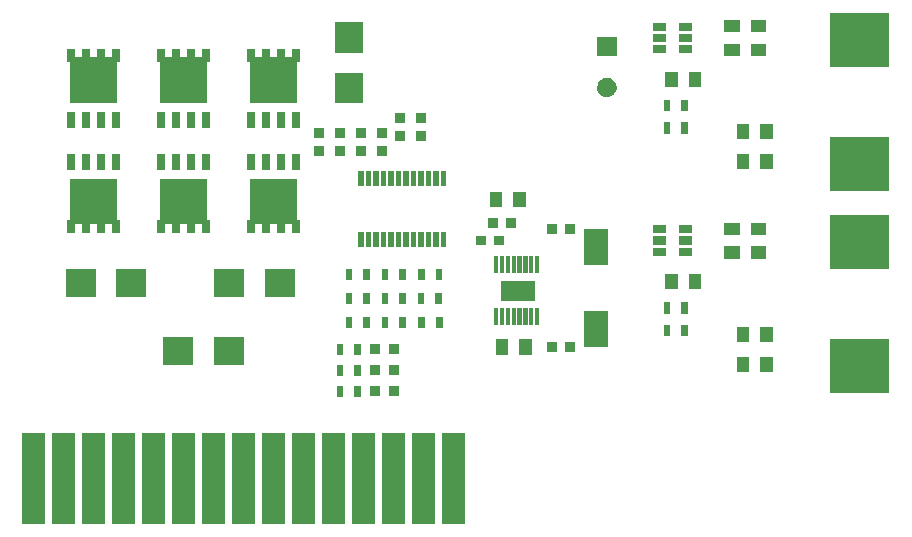
<source format=gbr>
G04 #@! TF.FileFunction,Soldermask,Top*
%FSLAX46Y46*%
G04 Gerber Fmt 4.6, Leading zero omitted, Abs format (unit mm)*
G04 Created by KiCad (PCBNEW 4.0.7) date Tuesday, March 06, 2018 'PMt' 03:27:42 PM*
%MOMM*%
%LPD*%
G01*
G04 APERTURE LIST*
%ADD10C,0.100000*%
G04 APERTURE END LIST*
D10*
G36*
X56857900Y-138455400D02*
X54902100Y-138455400D01*
X54902100Y-130784600D01*
X56857900Y-130784600D01*
X56857900Y-138455400D01*
X56857900Y-138455400D01*
G37*
G36*
X59397900Y-138455400D02*
X57442100Y-138455400D01*
X57442100Y-130784600D01*
X59397900Y-130784600D01*
X59397900Y-138455400D01*
X59397900Y-138455400D01*
G37*
G36*
X61937900Y-138455400D02*
X59982100Y-138455400D01*
X59982100Y-130784600D01*
X61937900Y-130784600D01*
X61937900Y-138455400D01*
X61937900Y-138455400D01*
G37*
G36*
X64477900Y-138455400D02*
X62522100Y-138455400D01*
X62522100Y-130784600D01*
X64477900Y-130784600D01*
X64477900Y-138455400D01*
X64477900Y-138455400D01*
G37*
G36*
X67017900Y-138455400D02*
X65062100Y-138455400D01*
X65062100Y-130784600D01*
X67017900Y-130784600D01*
X67017900Y-138455400D01*
X67017900Y-138455400D01*
G37*
G36*
X69557900Y-138455400D02*
X67602100Y-138455400D01*
X67602100Y-130784600D01*
X69557900Y-130784600D01*
X69557900Y-138455400D01*
X69557900Y-138455400D01*
G37*
G36*
X72097900Y-138455400D02*
X70142100Y-138455400D01*
X70142100Y-130784600D01*
X72097900Y-130784600D01*
X72097900Y-138455400D01*
X72097900Y-138455400D01*
G37*
G36*
X74637900Y-138455400D02*
X72682100Y-138455400D01*
X72682100Y-130784600D01*
X74637900Y-130784600D01*
X74637900Y-138455400D01*
X74637900Y-138455400D01*
G37*
G36*
X77177900Y-138455400D02*
X75222100Y-138455400D01*
X75222100Y-130784600D01*
X77177900Y-130784600D01*
X77177900Y-138455400D01*
X77177900Y-138455400D01*
G37*
G36*
X79717900Y-138455400D02*
X77762100Y-138455400D01*
X77762100Y-130784600D01*
X79717900Y-130784600D01*
X79717900Y-138455400D01*
X79717900Y-138455400D01*
G37*
G36*
X89877900Y-138455400D02*
X87922100Y-138455400D01*
X87922100Y-130784600D01*
X89877900Y-130784600D01*
X89877900Y-138455400D01*
X89877900Y-138455400D01*
G37*
G36*
X82257900Y-138455400D02*
X80302100Y-138455400D01*
X80302100Y-130784600D01*
X82257900Y-130784600D01*
X82257900Y-138455400D01*
X82257900Y-138455400D01*
G37*
G36*
X84797900Y-138455400D02*
X82842100Y-138455400D01*
X82842100Y-130784600D01*
X84797900Y-130784600D01*
X84797900Y-138455400D01*
X84797900Y-138455400D01*
G37*
G36*
X87337900Y-138455400D02*
X85382100Y-138455400D01*
X85382100Y-130784600D01*
X87337900Y-130784600D01*
X87337900Y-138455400D01*
X87337900Y-138455400D01*
G37*
G36*
X92417900Y-138455400D02*
X90462100Y-138455400D01*
X90462100Y-130784600D01*
X92417900Y-130784600D01*
X92417900Y-138455400D01*
X92417900Y-138455400D01*
G37*
G36*
X83575400Y-127729400D02*
X83024600Y-127729400D01*
X83024600Y-126778600D01*
X83575400Y-126778600D01*
X83575400Y-127729400D01*
X83575400Y-127729400D01*
G37*
G36*
X82075400Y-127729400D02*
X81524600Y-127729400D01*
X81524600Y-126778600D01*
X82075400Y-126778600D01*
X82075400Y-127729400D01*
X82075400Y-127729400D01*
G37*
G36*
X85223400Y-127679400D02*
X84372600Y-127679400D01*
X84372600Y-126828600D01*
X85223400Y-126828600D01*
X85223400Y-127679400D01*
X85223400Y-127679400D01*
G37*
G36*
X86823400Y-127679400D02*
X85972600Y-127679400D01*
X85972600Y-126828600D01*
X86823400Y-126828600D01*
X86823400Y-127679400D01*
X86823400Y-127679400D01*
G37*
G36*
X128318900Y-127413400D02*
X123268100Y-127413400D01*
X123268100Y-122862600D01*
X128318900Y-122862600D01*
X128318900Y-127413400D01*
X128318900Y-127413400D01*
G37*
G36*
X83575400Y-125951400D02*
X83024600Y-125951400D01*
X83024600Y-125000600D01*
X83575400Y-125000600D01*
X83575400Y-125951400D01*
X83575400Y-125951400D01*
G37*
G36*
X82075400Y-125951400D02*
X81524600Y-125951400D01*
X81524600Y-125000600D01*
X82075400Y-125000600D01*
X82075400Y-125951400D01*
X82075400Y-125951400D01*
G37*
G36*
X86823400Y-125901400D02*
X85972600Y-125901400D01*
X85972600Y-125050600D01*
X86823400Y-125050600D01*
X86823400Y-125901400D01*
X86823400Y-125901400D01*
G37*
G36*
X85223400Y-125901400D02*
X84372600Y-125901400D01*
X84372600Y-125050600D01*
X85223400Y-125050600D01*
X85223400Y-125901400D01*
X85223400Y-125901400D01*
G37*
G36*
X118428900Y-125618400D02*
X117378100Y-125618400D01*
X117378100Y-124317600D01*
X118428900Y-124317600D01*
X118428900Y-125618400D01*
X118428900Y-125618400D01*
G37*
G36*
X116428900Y-125618400D02*
X115378100Y-125618400D01*
X115378100Y-124317600D01*
X116428900Y-124317600D01*
X116428900Y-125618400D01*
X116428900Y-125618400D01*
G37*
G36*
X73665400Y-125000400D02*
X71114600Y-125000400D01*
X71114600Y-122649600D01*
X73665400Y-122649600D01*
X73665400Y-125000400D01*
X73665400Y-125000400D01*
G37*
G36*
X69365400Y-125000400D02*
X66814600Y-125000400D01*
X66814600Y-122649600D01*
X69365400Y-122649600D01*
X69365400Y-125000400D01*
X69365400Y-125000400D01*
G37*
G36*
X83575400Y-124173400D02*
X83024600Y-124173400D01*
X83024600Y-123222600D01*
X83575400Y-123222600D01*
X83575400Y-124173400D01*
X83575400Y-124173400D01*
G37*
G36*
X82075400Y-124173400D02*
X81524600Y-124173400D01*
X81524600Y-123222600D01*
X82075400Y-123222600D01*
X82075400Y-124173400D01*
X82075400Y-124173400D01*
G37*
G36*
X98025400Y-124150400D02*
X96974600Y-124150400D01*
X96974600Y-122849600D01*
X98025400Y-122849600D01*
X98025400Y-124150400D01*
X98025400Y-124150400D01*
G37*
G36*
X96025400Y-124150400D02*
X94974600Y-124150400D01*
X94974600Y-122849600D01*
X96025400Y-122849600D01*
X96025400Y-124150400D01*
X96025400Y-124150400D01*
G37*
G36*
X86823400Y-124123400D02*
X85972600Y-124123400D01*
X85972600Y-123272600D01*
X86823400Y-123272600D01*
X86823400Y-124123400D01*
X86823400Y-124123400D01*
G37*
G36*
X85223400Y-124123400D02*
X84372600Y-124123400D01*
X84372600Y-123272600D01*
X85223400Y-123272600D01*
X85223400Y-124123400D01*
X85223400Y-124123400D01*
G37*
G36*
X100175400Y-123900400D02*
X99324600Y-123900400D01*
X99324600Y-123099600D01*
X100175400Y-123099600D01*
X100175400Y-123900400D01*
X100175400Y-123900400D01*
G37*
G36*
X101675400Y-123900400D02*
X100824600Y-123900400D01*
X100824600Y-123099600D01*
X101675400Y-123099600D01*
X101675400Y-123900400D01*
X101675400Y-123900400D01*
G37*
G36*
X104525400Y-123525400D02*
X102474600Y-123525400D01*
X102474600Y-120474600D01*
X104525400Y-120474600D01*
X104525400Y-123525400D01*
X104525400Y-123525400D01*
G37*
G36*
X118428900Y-123078400D02*
X117378100Y-123078400D01*
X117378100Y-121777600D01*
X118428900Y-121777600D01*
X118428900Y-123078400D01*
X118428900Y-123078400D01*
G37*
G36*
X116428900Y-123078400D02*
X115378100Y-123078400D01*
X115378100Y-121777600D01*
X116428900Y-121777600D01*
X116428900Y-123078400D01*
X116428900Y-123078400D01*
G37*
G36*
X111261400Y-122585900D02*
X110710600Y-122585900D01*
X110710600Y-121635100D01*
X111261400Y-121635100D01*
X111261400Y-122585900D01*
X111261400Y-122585900D01*
G37*
G36*
X109761400Y-122585900D02*
X109210600Y-122585900D01*
X109210600Y-121635100D01*
X109761400Y-121635100D01*
X109761400Y-122585900D01*
X109761400Y-122585900D01*
G37*
G36*
X88985400Y-121887400D02*
X88434600Y-121887400D01*
X88434600Y-120936600D01*
X88985400Y-120936600D01*
X88985400Y-121887400D01*
X88985400Y-121887400D01*
G37*
G36*
X90485400Y-121887400D02*
X89934600Y-121887400D01*
X89934600Y-120936600D01*
X90485400Y-120936600D01*
X90485400Y-121887400D01*
X90485400Y-121887400D01*
G37*
G36*
X87385400Y-121887400D02*
X86834600Y-121887400D01*
X86834600Y-120936600D01*
X87385400Y-120936600D01*
X87385400Y-121887400D01*
X87385400Y-121887400D01*
G37*
G36*
X85885400Y-121887400D02*
X85334600Y-121887400D01*
X85334600Y-120936600D01*
X85885400Y-120936600D01*
X85885400Y-121887400D01*
X85885400Y-121887400D01*
G37*
G36*
X82837400Y-121887400D02*
X82286600Y-121887400D01*
X82286600Y-120936600D01*
X82837400Y-120936600D01*
X82837400Y-121887400D01*
X82837400Y-121887400D01*
G37*
G36*
X84337400Y-121887400D02*
X83786600Y-121887400D01*
X83786600Y-120936600D01*
X84337400Y-120936600D01*
X84337400Y-121887400D01*
X84337400Y-121887400D01*
G37*
G36*
X96175400Y-121675400D02*
X95824600Y-121675400D01*
X95824600Y-120224600D01*
X96175400Y-120224600D01*
X96175400Y-121675400D01*
X96175400Y-121675400D01*
G37*
G36*
X95175400Y-121675400D02*
X94824600Y-121675400D01*
X94824600Y-120224600D01*
X95175400Y-120224600D01*
X95175400Y-121675400D01*
X95175400Y-121675400D01*
G37*
G36*
X95675400Y-121675400D02*
X95324600Y-121675400D01*
X95324600Y-120224600D01*
X95675400Y-120224600D01*
X95675400Y-121675400D01*
X95675400Y-121675400D01*
G37*
G36*
X96675400Y-121675400D02*
X96324600Y-121675400D01*
X96324600Y-120224600D01*
X96675400Y-120224600D01*
X96675400Y-121675400D01*
X96675400Y-121675400D01*
G37*
G36*
X97175400Y-121675400D02*
X96824600Y-121675400D01*
X96824600Y-120224600D01*
X97175400Y-120224600D01*
X97175400Y-121675400D01*
X97175400Y-121675400D01*
G37*
G36*
X97675400Y-121675400D02*
X97324600Y-121675400D01*
X97324600Y-120224600D01*
X97675400Y-120224600D01*
X97675400Y-121675400D01*
X97675400Y-121675400D01*
G37*
G36*
X98175400Y-121675400D02*
X97824600Y-121675400D01*
X97824600Y-120224600D01*
X98175400Y-120224600D01*
X98175400Y-121675400D01*
X98175400Y-121675400D01*
G37*
G36*
X98675400Y-121675400D02*
X98324600Y-121675400D01*
X98324600Y-120224600D01*
X98675400Y-120224600D01*
X98675400Y-121675400D01*
X98675400Y-121675400D01*
G37*
G36*
X109761400Y-120680900D02*
X109210600Y-120680900D01*
X109210600Y-119730100D01*
X109761400Y-119730100D01*
X109761400Y-120680900D01*
X109761400Y-120680900D01*
G37*
G36*
X111261400Y-120680900D02*
X110710600Y-120680900D01*
X110710600Y-119730100D01*
X111261400Y-119730100D01*
X111261400Y-120680900D01*
X111261400Y-120680900D01*
G37*
G36*
X84337400Y-119855400D02*
X83786600Y-119855400D01*
X83786600Y-118904600D01*
X84337400Y-118904600D01*
X84337400Y-119855400D01*
X84337400Y-119855400D01*
G37*
G36*
X82837400Y-119855400D02*
X82286600Y-119855400D01*
X82286600Y-118904600D01*
X82837400Y-118904600D01*
X82837400Y-119855400D01*
X82837400Y-119855400D01*
G37*
G36*
X85885400Y-119855400D02*
X85334600Y-119855400D01*
X85334600Y-118904600D01*
X85885400Y-118904600D01*
X85885400Y-119855400D01*
X85885400Y-119855400D01*
G37*
G36*
X87385400Y-119855400D02*
X86834600Y-119855400D01*
X86834600Y-118904600D01*
X87385400Y-118904600D01*
X87385400Y-119855400D01*
X87385400Y-119855400D01*
G37*
G36*
X90433400Y-119855400D02*
X89882600Y-119855400D01*
X89882600Y-118904600D01*
X90433400Y-118904600D01*
X90433400Y-119855400D01*
X90433400Y-119855400D01*
G37*
G36*
X88933400Y-119855400D02*
X88382600Y-119855400D01*
X88382600Y-118904600D01*
X88933400Y-118904600D01*
X88933400Y-119855400D01*
X88933400Y-119855400D01*
G37*
G36*
X98300400Y-119600400D02*
X95399600Y-119600400D01*
X95399600Y-117899600D01*
X98300400Y-117899600D01*
X98300400Y-119600400D01*
X98300400Y-119600400D01*
G37*
G36*
X61110400Y-119285400D02*
X58559600Y-119285400D01*
X58559600Y-116934600D01*
X61110400Y-116934600D01*
X61110400Y-119285400D01*
X61110400Y-119285400D01*
G37*
G36*
X65410400Y-119285400D02*
X62859600Y-119285400D01*
X62859600Y-116934600D01*
X65410400Y-116934600D01*
X65410400Y-119285400D01*
X65410400Y-119285400D01*
G37*
G36*
X73665400Y-119285400D02*
X71114600Y-119285400D01*
X71114600Y-116934600D01*
X73665400Y-116934600D01*
X73665400Y-119285400D01*
X73665400Y-119285400D01*
G37*
G36*
X77965400Y-119285400D02*
X75414600Y-119285400D01*
X75414600Y-116934600D01*
X77965400Y-116934600D01*
X77965400Y-119285400D01*
X77965400Y-119285400D01*
G37*
G36*
X112396400Y-118633400D02*
X111345600Y-118633400D01*
X111345600Y-117332600D01*
X112396400Y-117332600D01*
X112396400Y-118633400D01*
X112396400Y-118633400D01*
G37*
G36*
X110396400Y-118633400D02*
X109345600Y-118633400D01*
X109345600Y-117332600D01*
X110396400Y-117332600D01*
X110396400Y-118633400D01*
X110396400Y-118633400D01*
G37*
G36*
X85885400Y-117823400D02*
X85334600Y-117823400D01*
X85334600Y-116872600D01*
X85885400Y-116872600D01*
X85885400Y-117823400D01*
X85885400Y-117823400D01*
G37*
G36*
X84337400Y-117823400D02*
X83786600Y-117823400D01*
X83786600Y-116872600D01*
X84337400Y-116872600D01*
X84337400Y-117823400D01*
X84337400Y-117823400D01*
G37*
G36*
X87385400Y-117823400D02*
X86834600Y-117823400D01*
X86834600Y-116872600D01*
X87385400Y-116872600D01*
X87385400Y-117823400D01*
X87385400Y-117823400D01*
G37*
G36*
X82837400Y-117823400D02*
X82286600Y-117823400D01*
X82286600Y-116872600D01*
X82837400Y-116872600D01*
X82837400Y-117823400D01*
X82837400Y-117823400D01*
G37*
G36*
X88955400Y-117823400D02*
X88404600Y-117823400D01*
X88404600Y-116872600D01*
X88955400Y-116872600D01*
X88955400Y-117823400D01*
X88955400Y-117823400D01*
G37*
G36*
X90455400Y-117823400D02*
X89904600Y-117823400D01*
X89904600Y-116872600D01*
X90455400Y-116872600D01*
X90455400Y-117823400D01*
X90455400Y-117823400D01*
G37*
G36*
X98675400Y-117275400D02*
X98324600Y-117275400D01*
X98324600Y-115824600D01*
X98675400Y-115824600D01*
X98675400Y-117275400D01*
X98675400Y-117275400D01*
G37*
G36*
X98175400Y-117275400D02*
X97824600Y-117275400D01*
X97824600Y-115824600D01*
X98175400Y-115824600D01*
X98175400Y-117275400D01*
X98175400Y-117275400D01*
G37*
G36*
X95175400Y-117275400D02*
X94824600Y-117275400D01*
X94824600Y-115824600D01*
X95175400Y-115824600D01*
X95175400Y-117275400D01*
X95175400Y-117275400D01*
G37*
G36*
X95675400Y-117275400D02*
X95324600Y-117275400D01*
X95324600Y-115824600D01*
X95675400Y-115824600D01*
X95675400Y-117275400D01*
X95675400Y-117275400D01*
G37*
G36*
X96175400Y-117275400D02*
X95824600Y-117275400D01*
X95824600Y-115824600D01*
X96175400Y-115824600D01*
X96175400Y-117275400D01*
X96175400Y-117275400D01*
G37*
G36*
X96675400Y-117275400D02*
X96324600Y-117275400D01*
X96324600Y-115824600D01*
X96675400Y-115824600D01*
X96675400Y-117275400D01*
X96675400Y-117275400D01*
G37*
G36*
X97175400Y-117275400D02*
X96824600Y-117275400D01*
X96824600Y-115824600D01*
X97175400Y-115824600D01*
X97175400Y-117275400D01*
X97175400Y-117275400D01*
G37*
G36*
X97675400Y-117275400D02*
X97324600Y-117275400D01*
X97324600Y-115824600D01*
X97675400Y-115824600D01*
X97675400Y-117275400D01*
X97675400Y-117275400D01*
G37*
G36*
X128318900Y-116913400D02*
X123268100Y-116913400D01*
X123268100Y-112362600D01*
X128318900Y-112362600D01*
X128318900Y-116913400D01*
X128318900Y-116913400D01*
G37*
G36*
X104525400Y-116525400D02*
X102474600Y-116525400D01*
X102474600Y-113474600D01*
X104525400Y-113474600D01*
X104525400Y-116525400D01*
X104525400Y-116525400D01*
G37*
G36*
X117871400Y-116015900D02*
X116570600Y-116015900D01*
X116570600Y-114965100D01*
X117871400Y-114965100D01*
X117871400Y-116015900D01*
X117871400Y-116015900D01*
G37*
G36*
X115648900Y-116015900D02*
X114348100Y-116015900D01*
X114348100Y-114965100D01*
X115648900Y-114965100D01*
X115648900Y-116015900D01*
X115648900Y-116015900D01*
G37*
G36*
X111573900Y-115790900D02*
X110463100Y-115790900D01*
X110463100Y-115090100D01*
X111573900Y-115090100D01*
X111573900Y-115790900D01*
X111573900Y-115790900D01*
G37*
G36*
X109373900Y-115790900D02*
X108263100Y-115790900D01*
X108263100Y-115090100D01*
X109373900Y-115090100D01*
X109373900Y-115790900D01*
X109373900Y-115790900D01*
G37*
G36*
X90776400Y-115045400D02*
X90325600Y-115045400D01*
X90325600Y-113794600D01*
X90776400Y-113794600D01*
X90776400Y-115045400D01*
X90776400Y-115045400D01*
G37*
G36*
X90141400Y-115045400D02*
X89690600Y-115045400D01*
X89690600Y-113794600D01*
X90141400Y-113794600D01*
X90141400Y-115045400D01*
X90141400Y-115045400D01*
G37*
G36*
X89506400Y-115045400D02*
X89055600Y-115045400D01*
X89055600Y-113794600D01*
X89506400Y-113794600D01*
X89506400Y-115045400D01*
X89506400Y-115045400D01*
G37*
G36*
X88871400Y-115045400D02*
X88420600Y-115045400D01*
X88420600Y-113794600D01*
X88871400Y-113794600D01*
X88871400Y-115045400D01*
X88871400Y-115045400D01*
G37*
G36*
X88236400Y-115045400D02*
X87785600Y-115045400D01*
X87785600Y-113794600D01*
X88236400Y-113794600D01*
X88236400Y-115045400D01*
X88236400Y-115045400D01*
G37*
G36*
X87601400Y-115045400D02*
X87150600Y-115045400D01*
X87150600Y-113794600D01*
X87601400Y-113794600D01*
X87601400Y-115045400D01*
X87601400Y-115045400D01*
G37*
G36*
X86966400Y-115045400D02*
X86515600Y-115045400D01*
X86515600Y-113794600D01*
X86966400Y-113794600D01*
X86966400Y-115045400D01*
X86966400Y-115045400D01*
G37*
G36*
X86331400Y-115045400D02*
X85880600Y-115045400D01*
X85880600Y-113794600D01*
X86331400Y-113794600D01*
X86331400Y-115045400D01*
X86331400Y-115045400D01*
G37*
G36*
X85696400Y-115045400D02*
X85245600Y-115045400D01*
X85245600Y-113794600D01*
X85696400Y-113794600D01*
X85696400Y-115045400D01*
X85696400Y-115045400D01*
G37*
G36*
X85061400Y-115045400D02*
X84610600Y-115045400D01*
X84610600Y-113794600D01*
X85061400Y-113794600D01*
X85061400Y-115045400D01*
X85061400Y-115045400D01*
G37*
G36*
X84426400Y-115045400D02*
X83975600Y-115045400D01*
X83975600Y-113794600D01*
X84426400Y-113794600D01*
X84426400Y-115045400D01*
X84426400Y-115045400D01*
G37*
G36*
X83791400Y-115045400D02*
X83340600Y-115045400D01*
X83340600Y-113794600D01*
X83791400Y-113794600D01*
X83791400Y-115045400D01*
X83791400Y-115045400D01*
G37*
G36*
X94175400Y-114900400D02*
X93324600Y-114900400D01*
X93324600Y-114099600D01*
X94175400Y-114099600D01*
X94175400Y-114900400D01*
X94175400Y-114900400D01*
G37*
G36*
X95675400Y-114900400D02*
X94824600Y-114900400D01*
X94824600Y-114099600D01*
X95675400Y-114099600D01*
X95675400Y-114900400D01*
X95675400Y-114900400D01*
G37*
G36*
X109373900Y-114840900D02*
X108263100Y-114840900D01*
X108263100Y-114140100D01*
X109373900Y-114140100D01*
X109373900Y-114840900D01*
X109373900Y-114840900D01*
G37*
G36*
X111573900Y-114840900D02*
X110463100Y-114840900D01*
X110463100Y-114140100D01*
X111573900Y-114140100D01*
X111573900Y-114840900D01*
X111573900Y-114840900D01*
G37*
G36*
X117871400Y-114015900D02*
X116570600Y-114015900D01*
X116570600Y-112965100D01*
X117871400Y-112965100D01*
X117871400Y-114015900D01*
X117871400Y-114015900D01*
G37*
G36*
X115648900Y-114015900D02*
X114348100Y-114015900D01*
X114348100Y-112965100D01*
X115648900Y-112965100D01*
X115648900Y-114015900D01*
X115648900Y-114015900D01*
G37*
G36*
X101675400Y-113900400D02*
X100824600Y-113900400D01*
X100824600Y-113099600D01*
X101675400Y-113099600D01*
X101675400Y-113900400D01*
X101675400Y-113900400D01*
G37*
G36*
X100175400Y-113900400D02*
X99324600Y-113900400D01*
X99324600Y-113099600D01*
X100175400Y-113099600D01*
X100175400Y-113900400D01*
X100175400Y-113900400D01*
G37*
G36*
X109373900Y-113890900D02*
X108263100Y-113890900D01*
X108263100Y-113190100D01*
X109373900Y-113190100D01*
X109373900Y-113890900D01*
X109373900Y-113890900D01*
G37*
G36*
X111573900Y-113890900D02*
X110463100Y-113890900D01*
X110463100Y-113190100D01*
X111573900Y-113190100D01*
X111573900Y-113890900D01*
X111573900Y-113890900D01*
G37*
G36*
X70560400Y-112698800D02*
X70562411Y-112712953D01*
X70568286Y-112725984D01*
X70577558Y-112736864D01*
X70589494Y-112744729D01*
X70603149Y-112748958D01*
X70611200Y-112749600D01*
X70815400Y-112749600D01*
X70815400Y-113820400D01*
X70154600Y-113820400D01*
X70154600Y-113161200D01*
X70152589Y-113147047D01*
X70146714Y-113134016D01*
X70137442Y-113123136D01*
X70125506Y-113115271D01*
X70111851Y-113111042D01*
X70103800Y-113110400D01*
X69596200Y-113110400D01*
X69582047Y-113112411D01*
X69569016Y-113118286D01*
X69558136Y-113127558D01*
X69550271Y-113139494D01*
X69546042Y-113153149D01*
X69545400Y-113161200D01*
X69545400Y-113820400D01*
X68884600Y-113820400D01*
X68884600Y-113161200D01*
X68882589Y-113147047D01*
X68876714Y-113134016D01*
X68867442Y-113123136D01*
X68855506Y-113115271D01*
X68841851Y-113111042D01*
X68833800Y-113110400D01*
X68326200Y-113110400D01*
X68312047Y-113112411D01*
X68299016Y-113118286D01*
X68288136Y-113127558D01*
X68280271Y-113139494D01*
X68276042Y-113153149D01*
X68275400Y-113161200D01*
X68275400Y-113820400D01*
X67614600Y-113820400D01*
X67614600Y-113161200D01*
X67612589Y-113147047D01*
X67606714Y-113134016D01*
X67597442Y-113123136D01*
X67585506Y-113115271D01*
X67571851Y-113111042D01*
X67563800Y-113110400D01*
X67056200Y-113110400D01*
X67042047Y-113112411D01*
X67029016Y-113118286D01*
X67018136Y-113127558D01*
X67010271Y-113139494D01*
X67006042Y-113153149D01*
X67005400Y-113161200D01*
X67005400Y-113820400D01*
X66344600Y-113820400D01*
X66344600Y-112749600D01*
X66548800Y-112749600D01*
X66562953Y-112747589D01*
X66575984Y-112741714D01*
X66586864Y-112732442D01*
X66594729Y-112720506D01*
X66598958Y-112706851D01*
X66599600Y-112698800D01*
X66599600Y-109249600D01*
X70560400Y-109249600D01*
X70560400Y-112698800D01*
X70560400Y-112698800D01*
G37*
G36*
X62940400Y-112698800D02*
X62942411Y-112712953D01*
X62948286Y-112725984D01*
X62957558Y-112736864D01*
X62969494Y-112744729D01*
X62983149Y-112748958D01*
X62991200Y-112749600D01*
X63195400Y-112749600D01*
X63195400Y-113820400D01*
X62534600Y-113820400D01*
X62534600Y-113161200D01*
X62532589Y-113147047D01*
X62526714Y-113134016D01*
X62517442Y-113123136D01*
X62505506Y-113115271D01*
X62491851Y-113111042D01*
X62483800Y-113110400D01*
X61976200Y-113110400D01*
X61962047Y-113112411D01*
X61949016Y-113118286D01*
X61938136Y-113127558D01*
X61930271Y-113139494D01*
X61926042Y-113153149D01*
X61925400Y-113161200D01*
X61925400Y-113820400D01*
X61264600Y-113820400D01*
X61264600Y-113161200D01*
X61262589Y-113147047D01*
X61256714Y-113134016D01*
X61247442Y-113123136D01*
X61235506Y-113115271D01*
X61221851Y-113111042D01*
X61213800Y-113110400D01*
X60706200Y-113110400D01*
X60692047Y-113112411D01*
X60679016Y-113118286D01*
X60668136Y-113127558D01*
X60660271Y-113139494D01*
X60656042Y-113153149D01*
X60655400Y-113161200D01*
X60655400Y-113820400D01*
X59994600Y-113820400D01*
X59994600Y-113161200D01*
X59992589Y-113147047D01*
X59986714Y-113134016D01*
X59977442Y-113123136D01*
X59965506Y-113115271D01*
X59951851Y-113111042D01*
X59943800Y-113110400D01*
X59436200Y-113110400D01*
X59422047Y-113112411D01*
X59409016Y-113118286D01*
X59398136Y-113127558D01*
X59390271Y-113139494D01*
X59386042Y-113153149D01*
X59385400Y-113161200D01*
X59385400Y-113820400D01*
X58724600Y-113820400D01*
X58724600Y-112749600D01*
X58928800Y-112749600D01*
X58942953Y-112747589D01*
X58955984Y-112741714D01*
X58966864Y-112732442D01*
X58974729Y-112720506D01*
X58978958Y-112706851D01*
X58979600Y-112698800D01*
X58979600Y-109249600D01*
X62940400Y-109249600D01*
X62940400Y-112698800D01*
X62940400Y-112698800D01*
G37*
G36*
X78180400Y-112698800D02*
X78182411Y-112712953D01*
X78188286Y-112725984D01*
X78197558Y-112736864D01*
X78209494Y-112744729D01*
X78223149Y-112748958D01*
X78231200Y-112749600D01*
X78435400Y-112749600D01*
X78435400Y-113820400D01*
X77774600Y-113820400D01*
X77774600Y-113161200D01*
X77772589Y-113147047D01*
X77766714Y-113134016D01*
X77757442Y-113123136D01*
X77745506Y-113115271D01*
X77731851Y-113111042D01*
X77723800Y-113110400D01*
X77216200Y-113110400D01*
X77202047Y-113112411D01*
X77189016Y-113118286D01*
X77178136Y-113127558D01*
X77170271Y-113139494D01*
X77166042Y-113153149D01*
X77165400Y-113161200D01*
X77165400Y-113820400D01*
X76504600Y-113820400D01*
X76504600Y-113161200D01*
X76502589Y-113147047D01*
X76496714Y-113134016D01*
X76487442Y-113123136D01*
X76475506Y-113115271D01*
X76461851Y-113111042D01*
X76453800Y-113110400D01*
X75946200Y-113110400D01*
X75932047Y-113112411D01*
X75919016Y-113118286D01*
X75908136Y-113127558D01*
X75900271Y-113139494D01*
X75896042Y-113153149D01*
X75895400Y-113161200D01*
X75895400Y-113820400D01*
X75234600Y-113820400D01*
X75234600Y-113161200D01*
X75232589Y-113147047D01*
X75226714Y-113134016D01*
X75217442Y-113123136D01*
X75205506Y-113115271D01*
X75191851Y-113111042D01*
X75183800Y-113110400D01*
X74676200Y-113110400D01*
X74662047Y-113112411D01*
X74649016Y-113118286D01*
X74638136Y-113127558D01*
X74630271Y-113139494D01*
X74626042Y-113153149D01*
X74625400Y-113161200D01*
X74625400Y-113820400D01*
X73964600Y-113820400D01*
X73964600Y-112749600D01*
X74168800Y-112749600D01*
X74182953Y-112747589D01*
X74195984Y-112741714D01*
X74206864Y-112732442D01*
X74214729Y-112720506D01*
X74218958Y-112706851D01*
X74219600Y-112698800D01*
X74219600Y-109249600D01*
X78180400Y-109249600D01*
X78180400Y-112698800D01*
X78180400Y-112698800D01*
G37*
G36*
X95175400Y-113400400D02*
X94324600Y-113400400D01*
X94324600Y-112599600D01*
X95175400Y-112599600D01*
X95175400Y-113400400D01*
X95175400Y-113400400D01*
G37*
G36*
X96675400Y-113400400D02*
X95824600Y-113400400D01*
X95824600Y-112599600D01*
X96675400Y-112599600D01*
X96675400Y-113400400D01*
X96675400Y-113400400D01*
G37*
G36*
X97525400Y-111650400D02*
X96474600Y-111650400D01*
X96474600Y-110349600D01*
X97525400Y-110349600D01*
X97525400Y-111650400D01*
X97525400Y-111650400D01*
G37*
G36*
X95525400Y-111650400D02*
X94474600Y-111650400D01*
X94474600Y-110349600D01*
X95525400Y-110349600D01*
X95525400Y-111650400D01*
X95525400Y-111650400D01*
G37*
G36*
X128318900Y-110268400D02*
X123268100Y-110268400D01*
X123268100Y-105717600D01*
X128318900Y-105717600D01*
X128318900Y-110268400D01*
X128318900Y-110268400D01*
G37*
G36*
X87601400Y-109845400D02*
X87150600Y-109845400D01*
X87150600Y-108594600D01*
X87601400Y-108594600D01*
X87601400Y-109845400D01*
X87601400Y-109845400D01*
G37*
G36*
X88236400Y-109845400D02*
X87785600Y-109845400D01*
X87785600Y-108594600D01*
X88236400Y-108594600D01*
X88236400Y-109845400D01*
X88236400Y-109845400D01*
G37*
G36*
X88871400Y-109845400D02*
X88420600Y-109845400D01*
X88420600Y-108594600D01*
X88871400Y-108594600D01*
X88871400Y-109845400D01*
X88871400Y-109845400D01*
G37*
G36*
X89506400Y-109845400D02*
X89055600Y-109845400D01*
X89055600Y-108594600D01*
X89506400Y-108594600D01*
X89506400Y-109845400D01*
X89506400Y-109845400D01*
G37*
G36*
X90141400Y-109845400D02*
X89690600Y-109845400D01*
X89690600Y-108594600D01*
X90141400Y-108594600D01*
X90141400Y-109845400D01*
X90141400Y-109845400D01*
G37*
G36*
X90776400Y-109845400D02*
X90325600Y-109845400D01*
X90325600Y-108594600D01*
X90776400Y-108594600D01*
X90776400Y-109845400D01*
X90776400Y-109845400D01*
G37*
G36*
X83791400Y-109845400D02*
X83340600Y-109845400D01*
X83340600Y-108594600D01*
X83791400Y-108594600D01*
X83791400Y-109845400D01*
X83791400Y-109845400D01*
G37*
G36*
X84426400Y-109845400D02*
X83975600Y-109845400D01*
X83975600Y-108594600D01*
X84426400Y-108594600D01*
X84426400Y-109845400D01*
X84426400Y-109845400D01*
G37*
G36*
X85061400Y-109845400D02*
X84610600Y-109845400D01*
X84610600Y-108594600D01*
X85061400Y-108594600D01*
X85061400Y-109845400D01*
X85061400Y-109845400D01*
G37*
G36*
X85696400Y-109845400D02*
X85245600Y-109845400D01*
X85245600Y-108594600D01*
X85696400Y-108594600D01*
X85696400Y-109845400D01*
X85696400Y-109845400D01*
G37*
G36*
X86331400Y-109845400D02*
X85880600Y-109845400D01*
X85880600Y-108594600D01*
X86331400Y-108594600D01*
X86331400Y-109845400D01*
X86331400Y-109845400D01*
G37*
G36*
X86966400Y-109845400D02*
X86515600Y-109845400D01*
X86515600Y-108594600D01*
X86966400Y-108594600D01*
X86966400Y-109845400D01*
X86966400Y-109845400D01*
G37*
G36*
X78435400Y-108480400D02*
X77774600Y-108480400D01*
X77774600Y-107159600D01*
X78435400Y-107159600D01*
X78435400Y-108480400D01*
X78435400Y-108480400D01*
G37*
G36*
X77165400Y-108480400D02*
X76504600Y-108480400D01*
X76504600Y-107159600D01*
X77165400Y-107159600D01*
X77165400Y-108480400D01*
X77165400Y-108480400D01*
G37*
G36*
X75895400Y-108480400D02*
X75234600Y-108480400D01*
X75234600Y-107159600D01*
X75895400Y-107159600D01*
X75895400Y-108480400D01*
X75895400Y-108480400D01*
G37*
G36*
X74625400Y-108480400D02*
X73964600Y-108480400D01*
X73964600Y-107159600D01*
X74625400Y-107159600D01*
X74625400Y-108480400D01*
X74625400Y-108480400D01*
G37*
G36*
X70815400Y-108480400D02*
X70154600Y-108480400D01*
X70154600Y-107159600D01*
X70815400Y-107159600D01*
X70815400Y-108480400D01*
X70815400Y-108480400D01*
G37*
G36*
X63195400Y-108480400D02*
X62534600Y-108480400D01*
X62534600Y-107159600D01*
X63195400Y-107159600D01*
X63195400Y-108480400D01*
X63195400Y-108480400D01*
G37*
G36*
X67005400Y-108480400D02*
X66344600Y-108480400D01*
X66344600Y-107159600D01*
X67005400Y-107159600D01*
X67005400Y-108480400D01*
X67005400Y-108480400D01*
G37*
G36*
X68275400Y-108480400D02*
X67614600Y-108480400D01*
X67614600Y-107159600D01*
X68275400Y-107159600D01*
X68275400Y-108480400D01*
X68275400Y-108480400D01*
G37*
G36*
X69545400Y-108480400D02*
X68884600Y-108480400D01*
X68884600Y-107159600D01*
X69545400Y-107159600D01*
X69545400Y-108480400D01*
X69545400Y-108480400D01*
G37*
G36*
X59385400Y-108480400D02*
X58724600Y-108480400D01*
X58724600Y-107159600D01*
X59385400Y-107159600D01*
X59385400Y-108480400D01*
X59385400Y-108480400D01*
G37*
G36*
X60655400Y-108480400D02*
X59994600Y-108480400D01*
X59994600Y-107159600D01*
X60655400Y-107159600D01*
X60655400Y-108480400D01*
X60655400Y-108480400D01*
G37*
G36*
X61925400Y-108480400D02*
X61264600Y-108480400D01*
X61264600Y-107159600D01*
X61925400Y-107159600D01*
X61925400Y-108480400D01*
X61925400Y-108480400D01*
G37*
G36*
X116428900Y-108473400D02*
X115378100Y-108473400D01*
X115378100Y-107172600D01*
X116428900Y-107172600D01*
X116428900Y-108473400D01*
X116428900Y-108473400D01*
G37*
G36*
X118428900Y-108473400D02*
X117378100Y-108473400D01*
X117378100Y-107172600D01*
X118428900Y-107172600D01*
X118428900Y-108473400D01*
X118428900Y-108473400D01*
G37*
G36*
X80410400Y-107347400D02*
X79609600Y-107347400D01*
X79609600Y-106496600D01*
X80410400Y-106496600D01*
X80410400Y-107347400D01*
X80410400Y-107347400D01*
G37*
G36*
X82188400Y-107347400D02*
X81387600Y-107347400D01*
X81387600Y-106496600D01*
X82188400Y-106496600D01*
X82188400Y-107347400D01*
X82188400Y-107347400D01*
G37*
G36*
X83966400Y-107347400D02*
X83165600Y-107347400D01*
X83165600Y-106496600D01*
X83966400Y-106496600D01*
X83966400Y-107347400D01*
X83966400Y-107347400D01*
G37*
G36*
X85744400Y-107347400D02*
X84943600Y-107347400D01*
X84943600Y-106496600D01*
X85744400Y-106496600D01*
X85744400Y-107347400D01*
X85744400Y-107347400D01*
G37*
G36*
X87268400Y-106077400D02*
X86467600Y-106077400D01*
X86467600Y-105226600D01*
X87268400Y-105226600D01*
X87268400Y-106077400D01*
X87268400Y-106077400D01*
G37*
G36*
X89046400Y-106077400D02*
X88245600Y-106077400D01*
X88245600Y-105226600D01*
X89046400Y-105226600D01*
X89046400Y-106077400D01*
X89046400Y-106077400D01*
G37*
G36*
X116428900Y-105933400D02*
X115378100Y-105933400D01*
X115378100Y-104632600D01*
X116428900Y-104632600D01*
X116428900Y-105933400D01*
X116428900Y-105933400D01*
G37*
G36*
X118428900Y-105933400D02*
X117378100Y-105933400D01*
X117378100Y-104632600D01*
X118428900Y-104632600D01*
X118428900Y-105933400D01*
X118428900Y-105933400D01*
G37*
G36*
X82188400Y-105847400D02*
X81387600Y-105847400D01*
X81387600Y-104996600D01*
X82188400Y-104996600D01*
X82188400Y-105847400D01*
X82188400Y-105847400D01*
G37*
G36*
X80410400Y-105847400D02*
X79609600Y-105847400D01*
X79609600Y-104996600D01*
X80410400Y-104996600D01*
X80410400Y-105847400D01*
X80410400Y-105847400D01*
G37*
G36*
X83966400Y-105847400D02*
X83165600Y-105847400D01*
X83165600Y-104996600D01*
X83966400Y-104996600D01*
X83966400Y-105847400D01*
X83966400Y-105847400D01*
G37*
G36*
X85744400Y-105847400D02*
X84943600Y-105847400D01*
X84943600Y-104996600D01*
X85744400Y-104996600D01*
X85744400Y-105847400D01*
X85744400Y-105847400D01*
G37*
G36*
X109761400Y-105440900D02*
X109210600Y-105440900D01*
X109210600Y-104490100D01*
X109761400Y-104490100D01*
X109761400Y-105440900D01*
X109761400Y-105440900D01*
G37*
G36*
X111261400Y-105440900D02*
X110710600Y-105440900D01*
X110710600Y-104490100D01*
X111261400Y-104490100D01*
X111261400Y-105440900D01*
X111261400Y-105440900D01*
G37*
G36*
X70815400Y-104930400D02*
X70154600Y-104930400D01*
X70154600Y-103609600D01*
X70815400Y-103609600D01*
X70815400Y-104930400D01*
X70815400Y-104930400D01*
G37*
G36*
X69545400Y-104930400D02*
X68884600Y-104930400D01*
X68884600Y-103609600D01*
X69545400Y-103609600D01*
X69545400Y-104930400D01*
X69545400Y-104930400D01*
G37*
G36*
X68275400Y-104930400D02*
X67614600Y-104930400D01*
X67614600Y-103609600D01*
X68275400Y-103609600D01*
X68275400Y-104930400D01*
X68275400Y-104930400D01*
G37*
G36*
X67005400Y-104930400D02*
X66344600Y-104930400D01*
X66344600Y-103609600D01*
X67005400Y-103609600D01*
X67005400Y-104930400D01*
X67005400Y-104930400D01*
G37*
G36*
X63195400Y-104930400D02*
X62534600Y-104930400D01*
X62534600Y-103609600D01*
X63195400Y-103609600D01*
X63195400Y-104930400D01*
X63195400Y-104930400D01*
G37*
G36*
X61925400Y-104930400D02*
X61264600Y-104930400D01*
X61264600Y-103609600D01*
X61925400Y-103609600D01*
X61925400Y-104930400D01*
X61925400Y-104930400D01*
G37*
G36*
X77165400Y-104930400D02*
X76504600Y-104930400D01*
X76504600Y-103609600D01*
X77165400Y-103609600D01*
X77165400Y-104930400D01*
X77165400Y-104930400D01*
G37*
G36*
X60655400Y-104930400D02*
X59994600Y-104930400D01*
X59994600Y-103609600D01*
X60655400Y-103609600D01*
X60655400Y-104930400D01*
X60655400Y-104930400D01*
G37*
G36*
X75895400Y-104930400D02*
X75234600Y-104930400D01*
X75234600Y-103609600D01*
X75895400Y-103609600D01*
X75895400Y-104930400D01*
X75895400Y-104930400D01*
G37*
G36*
X59385400Y-104930400D02*
X58724600Y-104930400D01*
X58724600Y-103609600D01*
X59385400Y-103609600D01*
X59385400Y-104930400D01*
X59385400Y-104930400D01*
G37*
G36*
X74625400Y-104930400D02*
X73964600Y-104930400D01*
X73964600Y-103609600D01*
X74625400Y-103609600D01*
X74625400Y-104930400D01*
X74625400Y-104930400D01*
G37*
G36*
X78435400Y-104930400D02*
X77774600Y-104930400D01*
X77774600Y-103609600D01*
X78435400Y-103609600D01*
X78435400Y-104930400D01*
X78435400Y-104930400D01*
G37*
G36*
X89046400Y-104577400D02*
X88245600Y-104577400D01*
X88245600Y-103726600D01*
X89046400Y-103726600D01*
X89046400Y-104577400D01*
X89046400Y-104577400D01*
G37*
G36*
X87268400Y-104577400D02*
X86467600Y-104577400D01*
X86467600Y-103726600D01*
X87268400Y-103726600D01*
X87268400Y-104577400D01*
X87268400Y-104577400D01*
G37*
G36*
X111261400Y-103535900D02*
X110710600Y-103535900D01*
X110710600Y-102585100D01*
X111261400Y-102585100D01*
X111261400Y-103535900D01*
X111261400Y-103535900D01*
G37*
G36*
X109761400Y-103535900D02*
X109210600Y-103535900D01*
X109210600Y-102585100D01*
X109761400Y-102585100D01*
X109761400Y-103535900D01*
X109761400Y-103535900D01*
G37*
G36*
X83725400Y-102875400D02*
X81374600Y-102875400D01*
X81374600Y-100324600D01*
X83725400Y-100324600D01*
X83725400Y-102875400D01*
X83725400Y-102875400D01*
G37*
G36*
X74625400Y-98928800D02*
X74627411Y-98942953D01*
X74633286Y-98955984D01*
X74642558Y-98966864D01*
X74654494Y-98974729D01*
X74668149Y-98978958D01*
X74676200Y-98979600D01*
X75183800Y-98979600D01*
X75197953Y-98977589D01*
X75210984Y-98971714D01*
X75221864Y-98962442D01*
X75229729Y-98950506D01*
X75233958Y-98936851D01*
X75234600Y-98928800D01*
X75234600Y-98269600D01*
X75895400Y-98269600D01*
X75895400Y-98928800D01*
X75897411Y-98942953D01*
X75903286Y-98955984D01*
X75912558Y-98966864D01*
X75924494Y-98974729D01*
X75938149Y-98978958D01*
X75946200Y-98979600D01*
X76453800Y-98979600D01*
X76467953Y-98977589D01*
X76480984Y-98971714D01*
X76491864Y-98962442D01*
X76499729Y-98950506D01*
X76503958Y-98936851D01*
X76504600Y-98928800D01*
X76504600Y-98269600D01*
X77165400Y-98269600D01*
X77165400Y-98928800D01*
X77167411Y-98942953D01*
X77173286Y-98955984D01*
X77182558Y-98966864D01*
X77194494Y-98974729D01*
X77208149Y-98978958D01*
X77216200Y-98979600D01*
X77723800Y-98979600D01*
X77737953Y-98977589D01*
X77750984Y-98971714D01*
X77761864Y-98962442D01*
X77769729Y-98950506D01*
X77773958Y-98936851D01*
X77774600Y-98928800D01*
X77774600Y-98269600D01*
X78435400Y-98269600D01*
X78435400Y-99340400D01*
X78231200Y-99340400D01*
X78217047Y-99342411D01*
X78204016Y-99348286D01*
X78193136Y-99357558D01*
X78185271Y-99369494D01*
X78181042Y-99383149D01*
X78180400Y-99391200D01*
X78180400Y-102840400D01*
X74219600Y-102840400D01*
X74219600Y-99391200D01*
X74217589Y-99377047D01*
X74211714Y-99364016D01*
X74202442Y-99353136D01*
X74190506Y-99345271D01*
X74176851Y-99341042D01*
X74168800Y-99340400D01*
X73964600Y-99340400D01*
X73964600Y-98269600D01*
X74625400Y-98269600D01*
X74625400Y-98928800D01*
X74625400Y-98928800D01*
G37*
G36*
X67005400Y-98928800D02*
X67007411Y-98942953D01*
X67013286Y-98955984D01*
X67022558Y-98966864D01*
X67034494Y-98974729D01*
X67048149Y-98978958D01*
X67056200Y-98979600D01*
X67563800Y-98979600D01*
X67577953Y-98977589D01*
X67590984Y-98971714D01*
X67601864Y-98962442D01*
X67609729Y-98950506D01*
X67613958Y-98936851D01*
X67614600Y-98928800D01*
X67614600Y-98269600D01*
X68275400Y-98269600D01*
X68275400Y-98928800D01*
X68277411Y-98942953D01*
X68283286Y-98955984D01*
X68292558Y-98966864D01*
X68304494Y-98974729D01*
X68318149Y-98978958D01*
X68326200Y-98979600D01*
X68833800Y-98979600D01*
X68847953Y-98977589D01*
X68860984Y-98971714D01*
X68871864Y-98962442D01*
X68879729Y-98950506D01*
X68883958Y-98936851D01*
X68884600Y-98928800D01*
X68884600Y-98269600D01*
X69545400Y-98269600D01*
X69545400Y-98928800D01*
X69547411Y-98942953D01*
X69553286Y-98955984D01*
X69562558Y-98966864D01*
X69574494Y-98974729D01*
X69588149Y-98978958D01*
X69596200Y-98979600D01*
X70103800Y-98979600D01*
X70117953Y-98977589D01*
X70130984Y-98971714D01*
X70141864Y-98962442D01*
X70149729Y-98950506D01*
X70153958Y-98936851D01*
X70154600Y-98928800D01*
X70154600Y-98269600D01*
X70815400Y-98269600D01*
X70815400Y-99340400D01*
X70611200Y-99340400D01*
X70597047Y-99342411D01*
X70584016Y-99348286D01*
X70573136Y-99357558D01*
X70565271Y-99369494D01*
X70561042Y-99383149D01*
X70560400Y-99391200D01*
X70560400Y-102840400D01*
X66599600Y-102840400D01*
X66599600Y-99391200D01*
X66597589Y-99377047D01*
X66591714Y-99364016D01*
X66582442Y-99353136D01*
X66570506Y-99345271D01*
X66556851Y-99341042D01*
X66548800Y-99340400D01*
X66344600Y-99340400D01*
X66344600Y-98269600D01*
X67005400Y-98269600D01*
X67005400Y-98928800D01*
X67005400Y-98928800D01*
G37*
G36*
X59385400Y-98928800D02*
X59387411Y-98942953D01*
X59393286Y-98955984D01*
X59402558Y-98966864D01*
X59414494Y-98974729D01*
X59428149Y-98978958D01*
X59436200Y-98979600D01*
X59943800Y-98979600D01*
X59957953Y-98977589D01*
X59970984Y-98971714D01*
X59981864Y-98962442D01*
X59989729Y-98950506D01*
X59993958Y-98936851D01*
X59994600Y-98928800D01*
X59994600Y-98269600D01*
X60655400Y-98269600D01*
X60655400Y-98928800D01*
X60657411Y-98942953D01*
X60663286Y-98955984D01*
X60672558Y-98966864D01*
X60684494Y-98974729D01*
X60698149Y-98978958D01*
X60706200Y-98979600D01*
X61213800Y-98979600D01*
X61227953Y-98977589D01*
X61240984Y-98971714D01*
X61251864Y-98962442D01*
X61259729Y-98950506D01*
X61263958Y-98936851D01*
X61264600Y-98928800D01*
X61264600Y-98269600D01*
X61925400Y-98269600D01*
X61925400Y-98928800D01*
X61927411Y-98942953D01*
X61933286Y-98955984D01*
X61942558Y-98966864D01*
X61954494Y-98974729D01*
X61968149Y-98978958D01*
X61976200Y-98979600D01*
X62483800Y-98979600D01*
X62497953Y-98977589D01*
X62510984Y-98971714D01*
X62521864Y-98962442D01*
X62529729Y-98950506D01*
X62533958Y-98936851D01*
X62534600Y-98928800D01*
X62534600Y-98269600D01*
X63195400Y-98269600D01*
X63195400Y-99340400D01*
X62991200Y-99340400D01*
X62977047Y-99342411D01*
X62964016Y-99348286D01*
X62953136Y-99357558D01*
X62945271Y-99369494D01*
X62941042Y-99383149D01*
X62940400Y-99391200D01*
X62940400Y-102840400D01*
X58979600Y-102840400D01*
X58979600Y-99391200D01*
X58977589Y-99377047D01*
X58971714Y-99364016D01*
X58962442Y-99353136D01*
X58950506Y-99345271D01*
X58936851Y-99341042D01*
X58928800Y-99340400D01*
X58724600Y-99340400D01*
X58724600Y-98269600D01*
X59385400Y-98269600D01*
X59385400Y-98928800D01*
X59385400Y-98928800D01*
G37*
G36*
X104480699Y-100719147D02*
X104639255Y-100751695D01*
X104788484Y-100814424D01*
X104922679Y-100904940D01*
X105036737Y-101019797D01*
X105126312Y-101154620D01*
X105187998Y-101304280D01*
X105219368Y-101462711D01*
X105219368Y-101462721D01*
X105219436Y-101463065D01*
X105216854Y-101647951D01*
X105216777Y-101648289D01*
X105216777Y-101648297D01*
X105180993Y-101805801D01*
X105115157Y-101953672D01*
X105021849Y-102085944D01*
X104904627Y-102197573D01*
X104767956Y-102284307D01*
X104617039Y-102342844D01*
X104457633Y-102370952D01*
X104295796Y-102367562D01*
X104137701Y-102332802D01*
X103989369Y-102267998D01*
X103856456Y-102175621D01*
X103744007Y-102059176D01*
X103656322Y-101923115D01*
X103596732Y-101772608D01*
X103567513Y-101613404D01*
X103569772Y-101451549D01*
X103603428Y-101293214D01*
X103667194Y-101144436D01*
X103758646Y-101010874D01*
X103874296Y-100897621D01*
X104009745Y-100808986D01*
X104159828Y-100748348D01*
X104318827Y-100718018D01*
X104480699Y-100719147D01*
X104480699Y-100719147D01*
G37*
G36*
X112396400Y-101488400D02*
X111345600Y-101488400D01*
X111345600Y-100187600D01*
X112396400Y-100187600D01*
X112396400Y-101488400D01*
X112396400Y-101488400D01*
G37*
G36*
X110396400Y-101488400D02*
X109345600Y-101488400D01*
X109345600Y-100187600D01*
X110396400Y-100187600D01*
X110396400Y-101488400D01*
X110396400Y-101488400D01*
G37*
G36*
X128318900Y-99768400D02*
X123268100Y-99768400D01*
X123268100Y-95217600D01*
X128318900Y-95217600D01*
X128318900Y-99768400D01*
X128318900Y-99768400D01*
G37*
G36*
X117871400Y-98870900D02*
X116570600Y-98870900D01*
X116570600Y-97820100D01*
X117871400Y-97820100D01*
X117871400Y-98870900D01*
X117871400Y-98870900D01*
G37*
G36*
X115648900Y-98870900D02*
X114348100Y-98870900D01*
X114348100Y-97820100D01*
X115648900Y-97820100D01*
X115648900Y-98870900D01*
X115648900Y-98870900D01*
G37*
G36*
X105219400Y-98869400D02*
X103568600Y-98869400D01*
X103568600Y-97218600D01*
X105219400Y-97218600D01*
X105219400Y-98869400D01*
X105219400Y-98869400D01*
G37*
G36*
X111573900Y-98645900D02*
X110463100Y-98645900D01*
X110463100Y-97945100D01*
X111573900Y-97945100D01*
X111573900Y-98645900D01*
X111573900Y-98645900D01*
G37*
G36*
X109373900Y-98645900D02*
X108263100Y-98645900D01*
X108263100Y-97945100D01*
X109373900Y-97945100D01*
X109373900Y-98645900D01*
X109373900Y-98645900D01*
G37*
G36*
X83725400Y-98575400D02*
X81374600Y-98575400D01*
X81374600Y-96024600D01*
X83725400Y-96024600D01*
X83725400Y-98575400D01*
X83725400Y-98575400D01*
G37*
G36*
X109373900Y-97695900D02*
X108263100Y-97695900D01*
X108263100Y-96995100D01*
X109373900Y-96995100D01*
X109373900Y-97695900D01*
X109373900Y-97695900D01*
G37*
G36*
X111573900Y-97695900D02*
X110463100Y-97695900D01*
X110463100Y-96995100D01*
X111573900Y-96995100D01*
X111573900Y-97695900D01*
X111573900Y-97695900D01*
G37*
G36*
X117871400Y-96870900D02*
X116570600Y-96870900D01*
X116570600Y-95820100D01*
X117871400Y-95820100D01*
X117871400Y-96870900D01*
X117871400Y-96870900D01*
G37*
G36*
X115648900Y-96870900D02*
X114348100Y-96870900D01*
X114348100Y-95820100D01*
X115648900Y-95820100D01*
X115648900Y-96870900D01*
X115648900Y-96870900D01*
G37*
G36*
X111573900Y-96745900D02*
X110463100Y-96745900D01*
X110463100Y-96045100D01*
X111573900Y-96045100D01*
X111573900Y-96745900D01*
X111573900Y-96745900D01*
G37*
G36*
X109373900Y-96745900D02*
X108263100Y-96745900D01*
X108263100Y-96045100D01*
X109373900Y-96045100D01*
X109373900Y-96745900D01*
X109373900Y-96745900D01*
G37*
M02*

</source>
